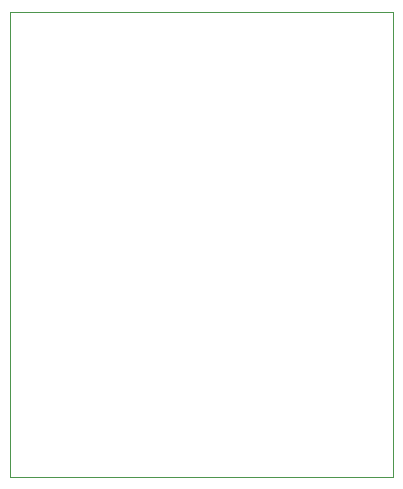
<source format=gm1>
%TF.GenerationSoftware,KiCad,Pcbnew,7.0.8*%
%TF.CreationDate,2023-11-30T20:00:48+00:00*%
%TF.ProjectId,thermo_module,74686572-6d6f-45f6-9d6f-64756c652e6b,rev?*%
%TF.SameCoordinates,Original*%
%TF.FileFunction,Profile,NP*%
%FSLAX46Y46*%
G04 Gerber Fmt 4.6, Leading zero omitted, Abs format (unit mm)*
G04 Created by KiCad (PCBNEW 7.0.8) date 2023-11-30 20:00:48*
%MOMM*%
%LPD*%
G01*
G04 APERTURE LIST*
%TA.AperFunction,Profile*%
%ADD10C,0.100000*%
%TD*%
G04 APERTURE END LIST*
D10*
X136207500Y-45085000D02*
X168592500Y-45085000D01*
X168592500Y-84455000D01*
X136207500Y-84455000D01*
X136207500Y-45085000D01*
M02*

</source>
